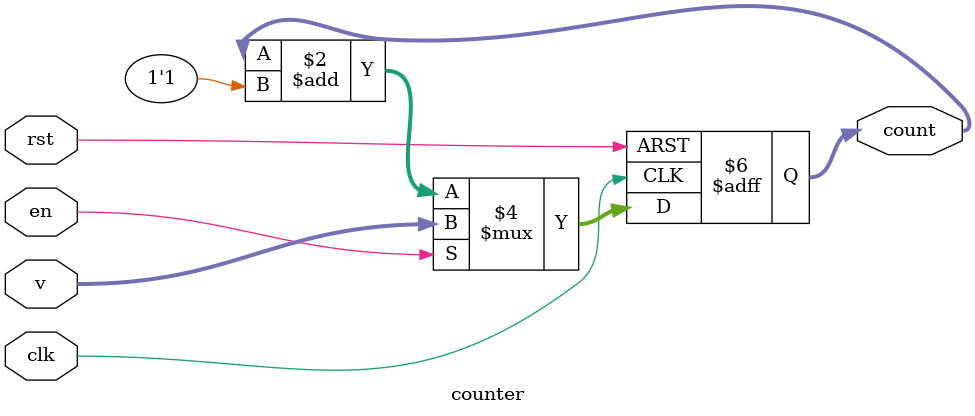
<source format=sv>
module counter #(
    parameter WIDTH = 8
)(
    // interface signals
    input   logic             clk,      // clock
    input   logic             rst,      // reset
    input   logic             en,       // enable
    input   logic [WIDTH-1:0] v, 
    output  logic [WIDTH-1:0] count     // count output
);

always_ff @(posedge clk, posedge rst) 
    if (rst) count <= {WIDTH{1'b0}}; 
    else if (en)  count <= v;
    else count <= count + 1'b1;

endmodule

</source>
